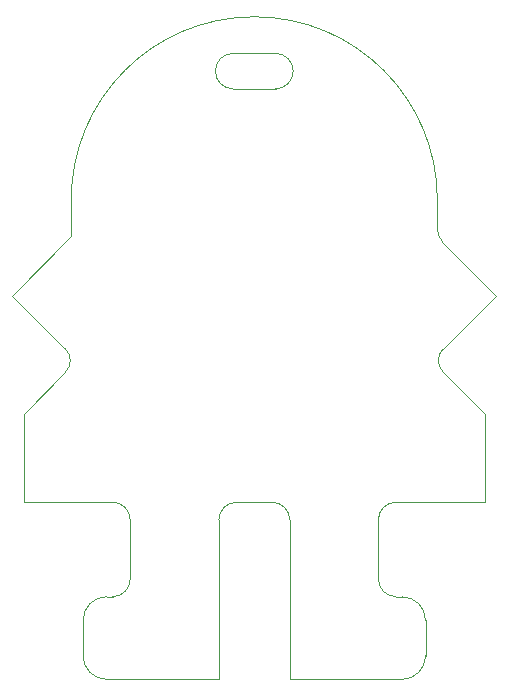
<source format=gbr>
G04 #@! TF.FileFunction,Profile,NP*
%FSLAX46Y46*%
G04 Gerber Fmt 4.6, Leading zero omitted, Abs format (unit mm)*
G04 Created by KiCad (PCBNEW (2014-11-29 BZR 5307)-product) date 2/1/2015 9:55:14 PM*
%MOMM*%
G01*
G04 APERTURE LIST*
%ADD10C,0.150000*%
%ADD11C,0.010000*%
G04 APERTURE END LIST*
D10*
D11*
X128430124Y-99931364D02*
G75*
G02X128000000Y-98880000I1069876J1051364D01*
G01*
X97000000Y-96900000D02*
X97000000Y-97000000D01*
X97000000Y-96400000D02*
X97000000Y-96900000D01*
X128000000Y-96400000D02*
X128000000Y-97000000D01*
X114300000Y-87000000D02*
X110700000Y-87000000D01*
X114300000Y-84000000D02*
X110700000Y-84000000D01*
X109200000Y-85500000D02*
G75*
G03X110700000Y-87000000I1500000J0D01*
G01*
X110700000Y-84000000D02*
G75*
G03X109200000Y-85500000I0J-1500000D01*
G01*
X114300000Y-87000000D02*
G75*
G03X115800000Y-85500000I0J1500000D01*
G01*
X115800000Y-85500000D02*
G75*
G03X114300000Y-84000000I-1500000J0D01*
G01*
X128500000Y-109000000D02*
X133000000Y-104500000D01*
X128500000Y-111000000D02*
X132000000Y-114500000D01*
X128500000Y-109000000D02*
G75*
G03X128500000Y-111000000I1000000J-1000000D01*
G01*
X96500000Y-111000000D02*
X93000000Y-114500000D01*
X96500000Y-109000000D02*
X92000000Y-104500000D01*
X96500000Y-111000000D02*
G75*
G03X96500000Y-109000000I-1000000J1000000D01*
G01*
X132000000Y-122000000D02*
X124500000Y-122000000D01*
X124500000Y-122000000D02*
G75*
G03X123000000Y-123500000I0J-1500000D01*
G01*
X123000000Y-128500000D02*
X123000000Y-123500000D01*
X123000000Y-128500000D02*
G75*
G03X124500000Y-130000000I1500000J0D01*
G01*
X125000000Y-130000000D02*
X124500000Y-130000000D01*
X127000000Y-132000000D02*
G75*
G03X125000000Y-130000000I-2000000J0D01*
G01*
X127000000Y-135000000D02*
X127000000Y-132000000D01*
X125000000Y-137000000D02*
G75*
G03X127000000Y-135000000I0J2000000D01*
G01*
X115500000Y-137000000D02*
X125000000Y-137000000D01*
X115500000Y-123500000D02*
X115500000Y-137000000D01*
X115500000Y-123500000D02*
G75*
G03X114000000Y-122000000I-1500000J0D01*
G01*
X98000000Y-132000000D02*
X98000000Y-135000000D01*
X100500000Y-130000000D02*
X100000000Y-130000000D01*
X100000000Y-130000000D02*
G75*
G03X98000000Y-132000000I0J-2000000D01*
G01*
X98000000Y-135000000D02*
G75*
G03X100000000Y-137000000I2000000J0D01*
G01*
X111000000Y-122000000D02*
G75*
G03X109500000Y-123500000I0J-1500000D01*
G01*
X111000000Y-122000000D02*
X114000000Y-122000000D01*
X132000000Y-114500000D02*
X132000000Y-122000000D01*
X93000000Y-114500000D02*
X93000000Y-115500000D01*
X128430000Y-99930000D02*
X133000000Y-104500000D01*
X128000000Y-97000000D02*
X128000000Y-98880000D01*
X97000000Y-97000000D02*
X97000000Y-99500000D01*
X112500000Y-80900000D02*
G75*
G03X97000000Y-96400000I0J-15500000D01*
G01*
X128000000Y-96400000D02*
G75*
G03X112500000Y-80900000I-15500000J0D01*
G01*
X92000000Y-104500000D02*
X97000000Y-99500000D01*
X93000000Y-122000000D02*
X93000000Y-115500000D01*
X100500000Y-122000000D02*
X93000000Y-122000000D01*
X100500000Y-130000000D02*
G75*
G03X102000000Y-128500000I0J1500000D01*
G01*
X102000000Y-123500000D02*
G75*
G03X100500000Y-122000000I-1500000J0D01*
G01*
X102500000Y-137000000D02*
X100000000Y-137000000D01*
X102000000Y-128500000D02*
X102000000Y-123500000D01*
X109500000Y-137000000D02*
X102500000Y-137000000D01*
X109500000Y-123500000D02*
X109500000Y-137000000D01*
M02*

</source>
